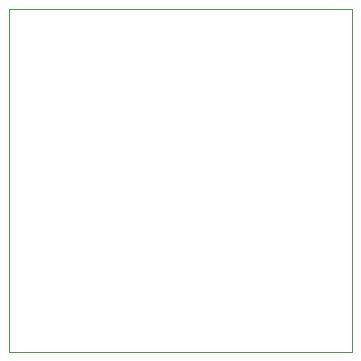
<source format=gm1>
%TF.GenerationSoftware,KiCad,Pcbnew,(6.0.1)*%
%TF.CreationDate,2022-02-07T13:45:16+01:00*%
%TF.ProjectId,Carte_elec_video_tigresse2,43617274-655f-4656-9c65-635f76696465,v1.0*%
%TF.SameCoordinates,PXa21fe80PY7de2900*%
%TF.FileFunction,Profile,NP*%
%FSLAX46Y46*%
G04 Gerber Fmt 4.6, Leading zero omitted, Abs format (unit mm)*
G04 Created by KiCad (PCBNEW (6.0.1)) date 2022-02-07 13:45:16*
%MOMM*%
%LPD*%
G01*
G04 APERTURE LIST*
%TA.AperFunction,Profile*%
%ADD10C,0.100000*%
%TD*%
G04 APERTURE END LIST*
D10*
X0Y0D02*
X29000000Y0D01*
X0Y29000000D02*
X0Y0D01*
X29000000Y29000000D02*
X0Y29000000D01*
X29000000Y0D02*
X29000000Y29000000D01*
M02*

</source>
